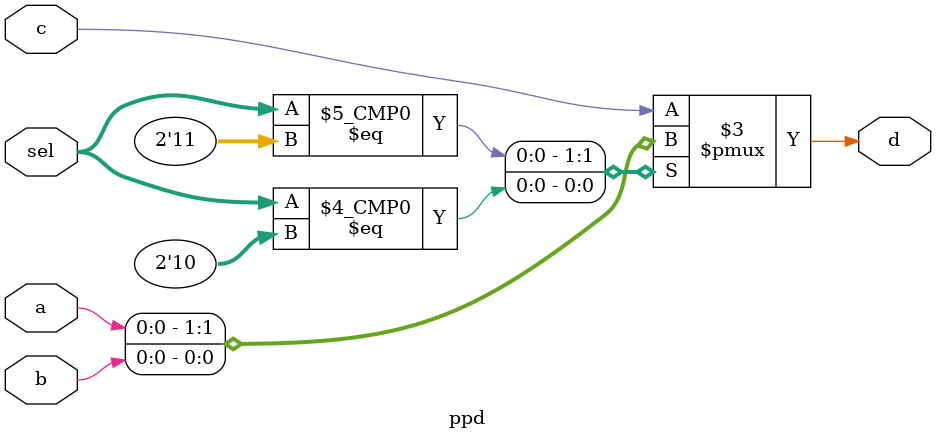
<source format=v>
`timescale 1ns / 1ps
module ppd(sel, a, b, c, d);
    input a, b, c;
    input [1:0] sel;
    output d;
    reg d;
    always @ (sel or a or b or c)
        case (sel)
            2'b11:d = a;
            2'b10:d = b;
            default:d = c;
        endcase
endmodule

</source>
